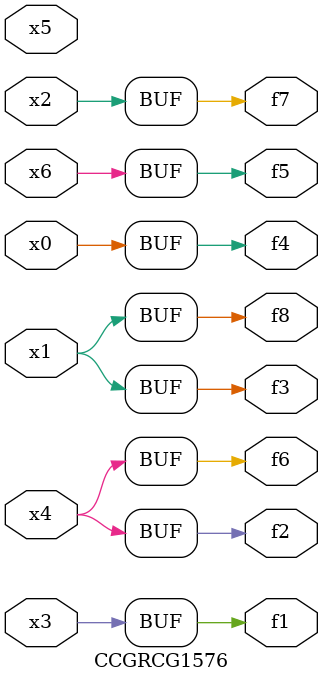
<source format=v>
module CCGRCG1576(
	input x0, x1, x2, x3, x4, x5, x6,
	output f1, f2, f3, f4, f5, f6, f7, f8
);
	assign f1 = x3;
	assign f2 = x4;
	assign f3 = x1;
	assign f4 = x0;
	assign f5 = x6;
	assign f6 = x4;
	assign f7 = x2;
	assign f8 = x1;
endmodule

</source>
